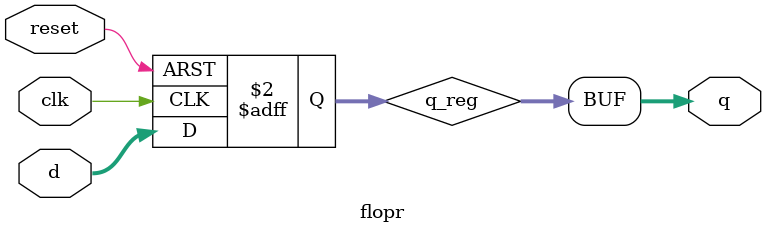
<source format=v>
module flopr #(parameter WIDTH = 8) (
    input              clk,
    input              reset,
    input  [WIDTH-1:0] d,
    output [WIDTH-1:0] q
);

    reg [WIDTH-1:0] q_reg;
    assign q = q_reg;

    always @(posedge clk or posedge reset) begin
        if (reset)
            q_reg <= {WIDTH{1'b0}};
        else
            q_reg <= d;
    end

endmodule

</source>
